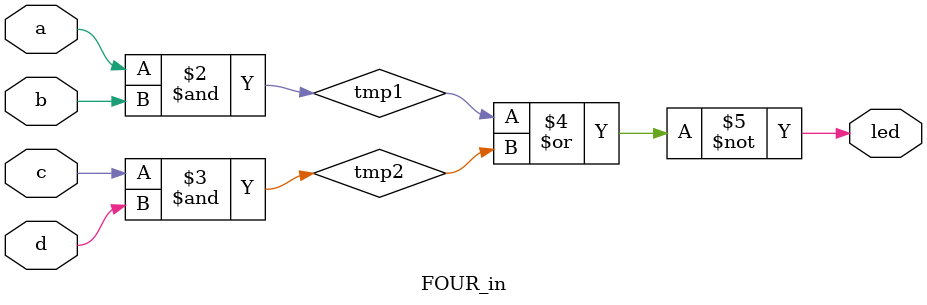
<source format=v>
module FOUR_in(led,a,b,c,d);
	output led;
	input a,b,c,d;
	reg led,tmp1,tmp2;
	
	always @(a or b or c or d)
	begin
	 tmp1=a&b;
	 tmp2=c&d;
	 led=~(tmp1|tmp2);
	end
endmodule

</source>
